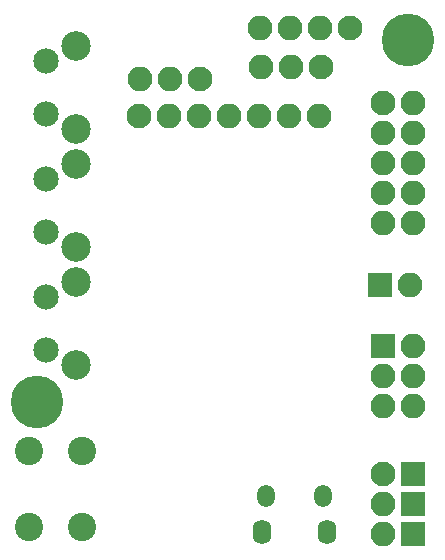
<source format=gbr>
G04 #@! TF.FileFunction,Soldermask,Bot*
%FSLAX46Y46*%
G04 Gerber Fmt 4.6, Leading zero omitted, Abs format (unit mm)*
G04 Created by KiCad (PCBNEW 4.0.7) date 01/10/19 16:23:13*
%MOMM*%
%LPD*%
G01*
G04 APERTURE LIST*
%ADD10C,0.100000*%
%ADD11C,2.100000*%
%ADD12O,2.100000X2.100000*%
%ADD13R,2.100000X2.100000*%
%ADD14O,1.500000X1.900000*%
%ADD15O,1.600000X2.100000*%
%ADD16C,2.500000*%
%ADD17C,2.150000*%
%ADD18C,4.464000*%
%ADD19C,2.400000*%
G04 APERTURE END LIST*
D10*
D11*
X113680000Y-84200000D03*
D12*
X111140000Y-84200000D03*
X108600000Y-84200000D03*
X106060000Y-84200000D03*
D13*
X116250000Y-106000000D03*
D12*
X118790000Y-106000000D03*
D11*
X116500000Y-122000000D03*
D13*
X119040000Y-122000000D03*
D12*
X116500000Y-124540000D03*
D13*
X119040000Y-124540000D03*
D12*
X116500000Y-127080000D03*
D13*
X119040000Y-127080000D03*
D11*
X111250000Y-87500000D03*
D12*
X108710000Y-87500000D03*
X106170000Y-87500000D03*
D11*
X101000000Y-88500000D03*
D12*
X98460000Y-88500000D03*
X95920000Y-88500000D03*
D13*
X116500000Y-111170000D03*
D12*
X119040000Y-111170000D03*
X116500000Y-113710000D03*
X119040000Y-113710000D03*
X116500000Y-116250000D03*
X119040000Y-116250000D03*
D11*
X116500000Y-90590000D03*
D12*
X119040000Y-90590000D03*
X116500000Y-93130000D03*
X119040000Y-93130000D03*
X116500000Y-95670000D03*
X119040000Y-95670000D03*
X116500000Y-98210000D03*
X119040000Y-98210000D03*
X116500000Y-100750000D03*
X119040000Y-100750000D03*
D11*
X95850000Y-91700000D03*
D12*
X98390000Y-91700000D03*
X100930000Y-91700000D03*
X103470000Y-91700000D03*
X106010000Y-91700000D03*
X108550000Y-91700000D03*
X111090000Y-91700000D03*
D14*
X106580000Y-123880000D03*
X111420000Y-123880000D03*
D15*
X106270000Y-126880000D03*
X111730000Y-126880000D03*
D16*
X90490000Y-102760000D03*
D17*
X88000000Y-101500000D03*
X88000000Y-97000000D03*
D16*
X90490000Y-95750000D03*
X90490000Y-112760000D03*
D17*
X88000000Y-111500000D03*
X88000000Y-107000000D03*
D16*
X90490000Y-105750000D03*
D18*
X87200000Y-115900000D03*
D16*
X90490000Y-92760000D03*
D17*
X88000000Y-91500000D03*
X88000000Y-87000000D03*
D16*
X90490000Y-85750000D03*
D19*
X91000000Y-120000000D03*
X86500000Y-120000000D03*
X91000000Y-126500000D03*
X86500000Y-126500000D03*
D18*
X118600000Y-85200000D03*
M02*

</source>
